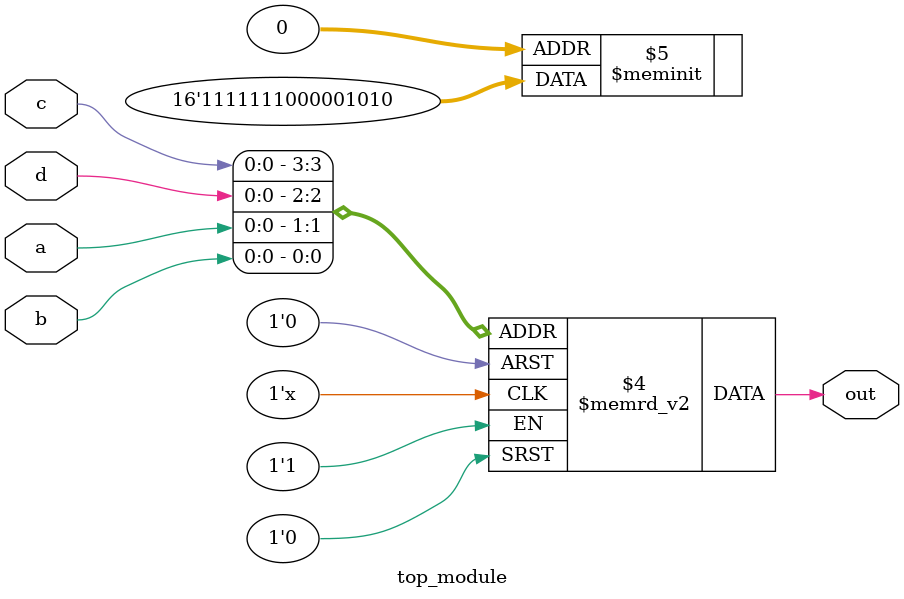
<source format=sv>
module top_module (
	input a, 
	input b,
	input c,
	input d,
	output reg out
);

	always @(*) begin
		case ({c, d, a, b})
			4'b0001: out = 1; // cd=00, ab=01 -> 1
			4'b0010: out = 0; // cd=00, ab=10 -> 0
			4'b0011: out = 1; // cd=00, ab=11 -> 1
			4'b0000: out = 0; // cd=00, ab=00 -> 0
			4'b0100: out = 0; // cd=01, ab=00 -> 0
			4'b0101: out = 0; // cd=01, ab=01 -> 0
			4'b1010: out = 1; // cd=10, ab=10 -> 1
			4'b1011: out = 1; // cd=10, ab=11 -> 1
			4'b1000: out = 0; // cd=10, ab=00 -> 0
			4'b1001: out = 1; // cd=10, ab=01 -> 1
			4'b1100: out = 1; // cd=11, ab=00 -> 1
			4'b1101: out = 1; // cd=11, ab=01 -> 1
			4'b1110: out = 1; // cd=11, ab=10 -> 1
			4'b1111: out = 1; // cd=11, ab=11 -> 1
			default: out = 0; // Don't-care or any unspecified value
		endcase
	end

endmodule

</source>
